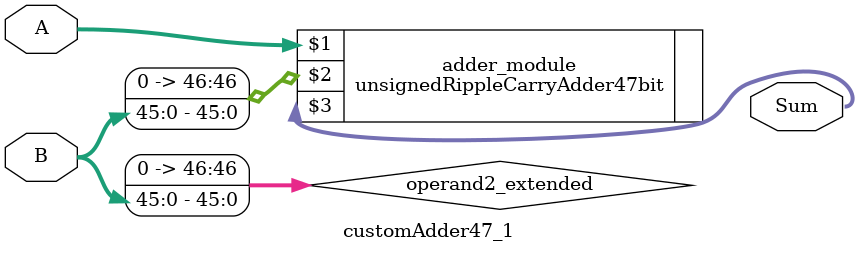
<source format=v>
module customAdder47_1(
                        input [46 : 0] A,
                        input [45 : 0] B,
                        
                        output [47 : 0] Sum
                );

        wire [46 : 0] operand2_extended;
        
        assign operand2_extended =  {1'b0, B};
        
        unsignedRippleCarryAdder47bit adder_module(
            A,
            operand2_extended,
            Sum
        );
        
        endmodule
        
</source>
